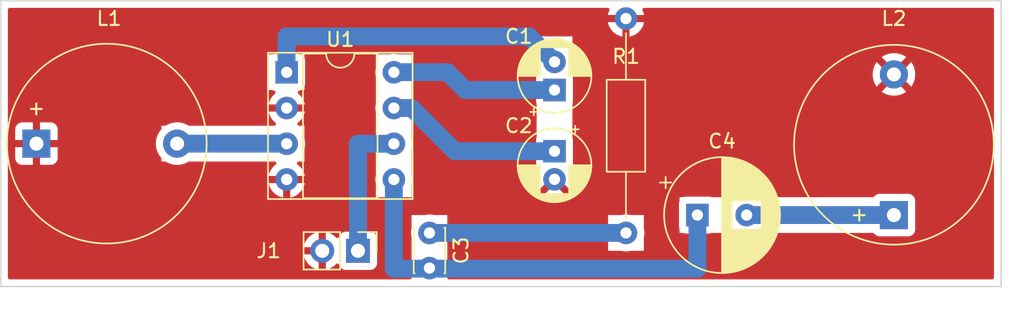
<source format=kicad_pcb>
(kicad_pcb (version 20211014) (generator pcbnew)
  (layers (0 "F.Cu" signal) (31 "B.Cu" signal) (34 "B.Paste" user) (35 "F.Paste" user) (36 "B.SilkS" user "B.Silkscreen") (37 "F.SilkS" user "F.Silkscreen") (38 "B.Mask" user) (39 "F.Mask" user) (44 "Edge.Cuts" user))
  (net 0 "")
  (net 1 "/GAIN2")
  (net 2 "GND")
  (net 3 "/GAIN1")
  (net 4 "/BYPASS1")
  (net 5 "Net-(C3-Pad1)")
  (net 6 "Net-(C3-Pad2)")
  (net 7 "+5V")
  (net 8 "Net-(C4-Pad2)")
  (net 9 "Net-(L1-Pad2)")
  (footprint "Resistor_THT:R_Axial_DIN0207_L6.3mm_D2.5mm_P15.24mm_Horizontal" (layer "F.Cu") (at 147.32 90.17 90)
    (fp_text reference "R1" (at 12.545 0 180) (layer "F.SilkS"))
    (fp_text value "10R")
    (fp_line (start 4.35 -1.37) (end 4.35 1.37) (layer "F.SilkS") (width 0.12))
    (fp_line (start 14.2 0) (end 10.89 0) (layer "F.SilkS") (width 0.12))
    (fp_line (start 10.89 -1.37) (end 4.35 -1.37) (layer "F.SilkS") (width 0.12))
    (fp_line (start 1.04 0) (end 4.35 0) (layer "F.SilkS") (width 0.12))
    (fp_line (start 4.35 1.37) (end 10.89 1.37) (layer "F.SilkS") (width 0.12))
    (fp_line (start 10.89 1.37) (end 10.89 -1.37) (layer "F.SilkS") (width 0.12))
    (pad "1" thru_hole circle (at 0 0 90) (size 1.6 1.6) (drill 0.8) (layers *.Cu *.Mask) (net 5 "Net-(C3-Pad1)"))
    (pad "2" thru_hole oval (at 15.24 0 90) (size 1.6 1.6) (drill 0.8) (layers *.Cu *.Mask) (net 2 "GND"))
  )
  (footprint "Buzzer_Beeper:Buzzer_D14mm_H7mm_P10mm" (layer "F.Cu") (at 166.37 88.9 90)
    (fp_text reference "L2" (at 13.97 0 180) (layer "F.SilkS"))
    (fp_text value "L_Iron")
    (fp_text user "+" (at -0.01 -2.54 90) (layer "F.SilkS"))
    (fp_circle (center 5 0) (end 12.1 0) (layer "F.SilkS") (width 0.12) (fill none))
    (pad "1" thru_hole rect (at 0 0 90) (size 2 2) (drill 1) (layers *.Cu *.Mask) (net 8 "Net-(C4-Pad2)"))
    (pad "2" thru_hole circle (at 10 0 90) (size 2 2) (drill 1) (layers *.Cu *.Mask) (net 2 "GND"))
  )
  (footprint "Package_DIP:DIP-8_W7.62mm_Socket" (layer "F.Cu") (at 123.2 78.75)
    (fp_text reference "U1" (at 3.81 -2.33) (layer "F.SilkS"))
    (fp_text value "LM386")
    (fp_line (start -1.33 -1.39) (end -1.33 9.01) (layer "F.SilkS") (width 0.12))
    (fp_line (start 6.46 8.95) (end 6.46 -1.33) (layer "F.SilkS") (width 0.12))
    (fp_line (start 6.46 -1.33) (end 4.81 -1.33) (layer "F.SilkS") (width 0.12))
    (fp_line (start -1.33 9.01) (end 8.95 9.01) (layer "F.SilkS") (width 0.12))
    (fp_line (start 1.16 -1.33) (end 1.16 8.95) (layer "F.SilkS") (width 0.12))
    (fp_line (start 8.95 -1.39) (end -1.33 -1.39) (layer "F.SilkS") (width 0.12))
    (fp_line (start 1.16 8.95) (end 6.46 8.95) (layer "F.SilkS") (width 0.12))
    (fp_line (start 2.81 -1.33) (end 1.16 -1.33) (layer "F.SilkS") (width 0.12))
    (fp_line (start 8.95 9.01) (end 8.95 -1.39) (layer "F.SilkS") (width 0.12))
    (fp_arc (start 4.81 -1.33) (mid 3.81 -0.33) (end 2.81 -1.33) (layer "F.SilkS") (width 0.12))
    (pad "1" thru_hole rect (at 0 0) (size 1.6 1.6) (drill 0.8) (layers *.Cu *.Mask) (net 3 "/GAIN1"))
    (pad "2" thru_hole oval (at 0 2.54) (size 1.6 1.6) (drill 0.8) (layers *.Cu *.Mask) (net 2 "GND"))
    (pad "3" thru_hole oval (at 0 5.08) (size 1.6 1.6) (drill 0.8) (layers *.Cu *.Mask) (net 9 "Net-(L1-Pad2)"))
    (pad "4" thru_hole oval (at 0 7.62) (size 1.6 1.6) (drill 0.8) (layers *.Cu *.Mask) (net 2 "GND"))
    (pad "5" thru_hole oval (at 7.62 7.62) (size 1.6 1.6) (drill 0.8) (layers *.Cu *.Mask) (net 6 "Net-(C3-Pad2)"))
    (pad "6" thru_hole oval (at 7.62 5.08) (size 1.6 1.6) (drill 0.8) (layers *.Cu *.Mask) (net 7 "+5V"))
    (pad "7" thru_hole oval (at 7.62 2.54) (size 1.6 1.6) (drill 0.8) (layers *.Cu *.Mask) (net 4 "/BYPASS1"))
    (pad "8" thru_hole oval (at 7.62 0) (size 1.6 1.6) (drill 0.8) (layers *.Cu *.Mask) (net 1 "/GAIN2"))
  )
  (footprint "Buzzer_Beeper:Buzzer_D14mm_H7mm_P10mm" (layer "F.Cu") (at 105.41 83.82)
    (fp_text reference "L1" (at 5.16 -8.89) (layer "F.SilkS"))
    (fp_text value "L_Iron")
    (fp_text user "+" (at -0.01 -2.54) (layer "F.SilkS"))
    (fp_circle (center 5 0) (end 12.1 0) (layer "F.SilkS") (width 0.12) (fill none))
    (pad "1" thru_hole rect (at 0 0) (size 2 2) (drill 1) (layers *.Cu *.Mask) (net 2 "GND"))
    (pad "2" thru_hole circle (at 10 0) (size 2 2) (drill 1) (layers *.Cu *.Mask) (net 9 "Net-(L1-Pad2)"))
  )
  (footprint "Capacitor_THT:CP_Radial_D8.0mm_P3.50mm" (layer "F.Cu") (at 152.4 88.9)
    (fp_text reference "C4" (at 1.75 -5.25) (layer "F.SilkS"))
    (fp_text value "220uF")
    (fp_line (start 2.751 -3.957) (end 2.751 -1.04) (layer "F.SilkS") (width 0.12))
    (fp_line (start 3.951 -3.444) (end 3.951 -1.04) (layer "F.SilkS") (width 0.12))
    (fp_line (start 3.311 1.04) (end 3.311 3.774) (layer "F.SilkS") (width 0.12))
    (fp_line (start 2.43 -4.024) (end 2.43 4.024) (layer "F.SilkS") (width 0.12))
    (fp_line (start 3.631 -3.627) (end 3.631 -1.04) (layer "F.SilkS") (width 0.12))
    (fp_line (start 1.79 -4.08) (end 1.79 4.08) (layer "F.SilkS") (width 0.12))
    (fp_line (start 4.351 -3.156) (end 4.351 -1.04) (layer "F.SilkS") (width 0.12))
    (fp_line (start 3.431 -3.722) (end 3.431 -1.04) (layer "F.SilkS") (width 0.12))
    (fp_line (start 2.991 -3.889) (end 2.991 -1.04) (layer "F.SilkS") (width 0.12))
    (fp_line (start 5.831 -0.533) (end 5.831 0.533) (layer "F.SilkS") (width 0.12))
    (fp_line (start 4.031 -3.392) (end 4.031 -1.04) (layer "F.SilkS") (width 0.12))
    (fp_line (start 2.591 -3.994) (end 2.591 -1.04) (layer "F.SilkS") (width 0.12))
    (fp_line (start 4.591 -2.945) (end 4.591 2.945) (layer "F.SilkS") (width 0.12))
    (fp_line (start 5.191 -2.228) (end 5.191 2.228) (layer "F.SilkS") (width 0.12))
    (fp_line (start 4.151 1.04) (end 4.151 3.309) (layer "F.SilkS") (width 0.12))
    (fp_line (start 3.231 -3.805) (end 3.231 -1.04) (layer "F.SilkS") (width 0.12))
    (fp_line (start 2.831 -3.936) (end 2.831 -1.04) (layer "F.SilkS") (width 0.12))
    (fp_line (start 5.111 -2.345) (end 5.111 2.345) (layer "F.SilkS") (width 0.12))
    (fp_line (start 4.191 -3.28) (end 4.191 -1.04) (layer "F.SilkS") (width 0.12))
    (fp_line (start 4.551 -2.983) (end 4.551 2.983) (layer "F.SilkS") (width 0.12))
    (fp_line (start 3.351 1.04) (end 3.351 3.757) (layer "F.SilkS") (width 0.12))
    (fp_line (start 5.711 -1.098) (end 5.711 1.098) (layer "F.SilkS") (width 0.12))
    (fp_line (start 5.471 -1.731) (end 5.471 1.731) (layer "F.SilkS") (width 0.12))
    (fp_line (start 3.871 -3.493) (end 3.871 -1.04) (layer "F.SilkS") (width 0.12))
    (fp_line (start 5.351 -1.964) (end 5.351 1.964) (layer "F.SilkS") (width 0.12))
    (fp_line (start 2.831 1.04) (end 2.831 3.936) (layer "F.SilkS") (width 0.12))
    (fp_line (start 2.15 -4.061) (end 2.15 4.061) (layer "F.SilkS") (width 0.12))
    (fp_line (start 3.951 1.04) (end 3.951 3.444) (layer "F.SilkS") (width 0.12))
    (fp_line (start 3.551 -3.666) (end 3.551 -1.04) (layer "F.SilkS") (width 0.12))
    (fp_line (start 3.191 1.04) (end 3.191 3.821) (layer "F.SilkS") (width 0.12))
    (fp_line (start 3.751 -3.562) (end 3.751 -1.04) (layer "F.SilkS") (width 0.12))
    (fp_line (start 3.471 -3.704) (end 3.471 -1.04) (layer "F.SilkS") (width 0.12))
    (fp_line (start 3.031 -3.877) (end 3.031 -1.04) (layer "F.SilkS") (width 0.12))
    (fp_line (start 4.711 -2.826) (end 4.711 2.826) (layer "F.SilkS") (width 0.12))
    (fp_line (start 3.671 -3.606) (end 3.671 -1.04) (layer "F.SilkS") (width 0.12))
    (fp_line (start 4.511 -3.019) (end 4.511 -1.04) (layer "F.SilkS") (width 0.12))
    (fp_line (start 1.99 -4.074) (end 1.99 4.074) (layer "F.SilkS") (width 0.12))
    (fp_line (start 3.911 1.04) (end 3.911 3.469) (layer "F.SilkS") (width 0.12))
    (fp_line (start 2.511 1.04) (end 2.511 4.01) (layer "F.SilkS") (width 0.12))
    (fp_line (start 3.991 1.04) (end 3.991 3.418) (layer "F.SilkS") (width 0.12))
    (fp_line (start 4.191 1.04) (end 4.191 3.28) (layer "F.SilkS") (width 0.12))
    (fp_line (start 5.791 -0.768) (end 5.791 0.768) (layer "F.SilkS") (width 0.12))
    (fp_line (start 3.631 1.04) (end 3.631 3.627) (layer "F.SilkS") (width 0.12))
    (fp_line (start 3.151 1.04) (end 3.151 3.835) (layer "F.SilkS") (width 0.12))
    (fp_line (start 2.631 -3.985) (end 2.631 -1.04) (layer "F.SilkS") (width 0.12))
    (fp_line (start 3.471 1.04) (end 3.471 3.704) (layer "F.SilkS") (width 0.12))
    (fp_line (start 3.871 1.04) (end 3.871 3.493) (layer "F.SilkS") (width 0.12))
    (fp_line (start 3.231 1.04) (end 3.231 3.805) (layer "F.SilkS") (width 0.12))
    (fp_line (start 3.071 -3.863) (end 3.071 -1.04) (layer "F.SilkS") (width 0.12))
    (fp_line (start 2.871 -3.925) (end 2.871 -1.04) (layer "F.SilkS") (width 0.12))
    (fp_line (start 3.191 -3.821) (end 3.191 -1.04) (layer "F.SilkS") (width 0.12))
    (fp_line (start 1.75 -4.08) (end 1.75 4.08) (layer "F.SilkS") (width 0.12))
    (fp_line (start 4.311 1.04) (end 4.311 3.189) (layer "F.SilkS") (width 0.12))
    (fp_line (start 5.151 -2.287) (end 5.151 2.287) (layer "F.SilkS") (width 0.12))
    (fp_line (start 2.871 1.04) (end 2.871 3.925) (layer "F.SilkS") (width 0.12))
    (fp_line (start 2.951 -3.902) (end 2.951 -1.04) (layer "F.SilkS") (width 0.12))
    (fp_line (start 5.671 -1.229) (end 5.671 1.229) (layer "F.SilkS") (width 0.12))
    (fp_line (start 3.991 -3.418) (end 3.991 -1.04) (layer "F.SilkS") (width 0.12))
    (fp_line (start 4.231 1.04) (end 4.231 3.25) (layer "F.SilkS") (width 0.12))
    (fp_line (start 4.391 -3.124) (end 4.391 -1.04) (layer "F.SilkS") (width 0.12))
    (fp_line (start 2.911 -3.914) (end 2.911 -1.04) (layer "F.SilkS") (width 0.12))
    (fp_line (start 2.511 -4.01) (end 2.511 -1.04) (layer "F.SilkS") (width 0.12))
    (fp_line (start 2.591 1.04) (end 2.591 3.994) (layer "F.SilkS") (width 0.12))
    (fp_line (start 3.711 -3.584) (end 3.711 -1.04) (layer "F.SilkS") (width 0.12))
    (fp_line (start 4.951 -2.556) (end 4.951 2.556) (layer "F.SilkS") (width 0.12))
    (fp_line (start 1.95 -4.076) (end 1.95 4.076) (layer "F.SilkS") (width 0.12))
    (fp_line (start 2.711 1.04) (end 2.711 3.967) (layer "F.SilkS") (width 0.12))
    (fp_line (start 5.271 -2.102) (end 5.271 2.102) (layer "F.SilkS") (width 0.12))
    (fp_line (start 2.39 -4.03) (end 2.39 4.03) (layer "F.SilkS") (width 0.12))
    (fp_line (start 2.951 1.04) (end 2.951 3.902) (layer "F.SilkS") (width 0.12))
    (fp_line (start 2.671 -3.976) (end 2.671 -1.04) (layer "F.SilkS") (width 0.12))
    (fp_line (start -2.659698 -2.315) (end -1.859698 -2.315) (layer "F.SilkS") (width 0.12))
    (fp_line (start 2.31 -4.042) (end 2.31 4.042) (layer "F.SilkS") (width 0.12))
    (fp_line (start 3.791 -3.54) (end 3.791 -1.04) (layer "F.SilkS") (width 0.12))
    (fp_line (start 2.19 -4.057) (end 2.19 4.057) (layer "F.SilkS") (width 0.12))
    (fp_line (start 5.071 -2.4) (end 5.071 2.4) (layer "F.SilkS") (width 0.12))
    (fp_line (start 2.551 1.04) (end 2.551 4.002) (layer "F.SilkS") (width 0.12))
    (fp_line (start 3.711 1.04) (end 3.711 3.584) (layer "F.SilkS") (width 0.12))
    (fp_line (start 3.591 1.04) (end 3.591 3.647) (layer "F.SilkS") (width 0.12))
    (fp_line (start 4.751 -2.784) (end 4.751 2.784) (layer "F.SilkS") (width 0.12))
    (fp_line (start 2.631 1.04) (end 2.631 3.985) (layer "F.SilkS") (width 0.12))
    (fp_line (start 5.431 -1.813) (end 5.431 1.813) (layer "F.SilkS") (width 0.12))
    (fp_line (start 4.431 -3.09) (end 4.431 -1.04) (layer "F.SilkS") (width 0.12))
    (fp_line (start 5.591 -1.453) (end 5.591 1.453) (layer "F.SilkS") (width 0.12))
    (fp_line (start 4.471 -3.055) (end 4.471 -1.04) (layer "F.SilkS") (width 0.12))
    (fp_line (start 3.911 -3.469) (end 3.911 -1.04) (layer "F.SilkS") (width 0.12))
    (fp_line (start 3.391 1.04) (end 3.391 3.74) (layer "F.SilkS") (width 0.12))
    (fp_line (start 3.031 1.04) (end 3.031 3.877) (layer "F.SilkS") (width 0.12))
    (fp_line (start 3.391 -3.74) (end 3.391 -1.04) (layer "F.SilkS") (width 0.12))
    (fp_line (start 4.871 -2.651) (end 4.871 2.651) (layer "F.SilkS") (width 0.12))
    (fp_line (start 4.511 1.04) (end 4.511 3.019) (layer "F.SilkS") (width 0.12))
    (fp_line (start 4.271 1.04) (end 4.271 3.22) (layer "F.SilkS") (width 0.12))
    (fp_line (start 3.271 -3.79) (end 3.271 -1.04) (layer "F.SilkS") (width 0.12))
    (fp_line (start 2.11 -4.065) (end 2.11 4.065) (layer "F.SilkS") (width 0.12))
    (fp_line (start 1.91 -4.077) (end 1.91 4.077) (layer "F.SilkS") (width 0.12))
    (fp_line (start 4.271 -3.22) (end 4.271 -1.04) (layer "F.SilkS") (width 0.12))
    (fp_line (start 3.111 -3.85) (end 3.111 -1.04) (layer "F.SilkS") (width 0.12))
    (fp_line (start 4.151 -3.309) (end 4.151 -1.04) (layer "F.SilkS") (width 0.12))
    (fp_line (start 4.471 1.04) (end 4.471 3.055) (layer "F.SilkS") (width 0.12))
    (fp_line (start 4.431 1.04) (end 4.431 3.09) (layer "F.SilkS") (width 0.12))
    (fp_line (start 2.471 -4.017) (end 2.471 -1.04) (layer "F.SilkS") (width 0.12))
    (fp_line (start 3.071 1.04) (end 3.071 3.863) (layer "F.SilkS") (width 0.12))
    (fp_line (start 4.791 -2.741) (end 4.791 2.741) (layer "F.SilkS") (width 0.12))
    (fp_line (start 5.031 -2.454) (end 5.031 2.454) (layer "F.SilkS") (width 0.12))
    (fp_line (start 4.071 -3.365) (end 4.071 -1.04) (layer "F.SilkS") (width 0.12))
    (fp_line (start 2.35 -4.037) (end 2.35 4.037) (layer "F.SilkS") (width 0.12))
    (fp_line (start 5.511 -1.645) (end 5.511 1.645) (layer "F.SilkS") (width 0.12))
    (fp_line (start 3.591 -3.647) (end 3.591 -1.04) (layer "F.SilkS") (width 0.12))
    (fp_line (start 2.551 -4.002) (end 2.551 -1.04) (layer "F.SilkS") (width 0.12))
    (fp_line (start 3.791 1.04) (end 3.791 3.54) (layer "F.SilkS") (width 0.12))
    (fp_line (start 4.671 -2.867) (end 4.671 2.867) (layer "F.SilkS") (width 0.12))
    (fp_line (start 4.911 -2.604) (end 4.911 2.604) (layer "F.SilkS") (width 0.12))
    (fp_line (start 3.551 1.04) (end 3.551 3.666) (layer "F.SilkS") (width 0.12))
    (fp_line (start 2.671 1.04) (end 2.671 3.976) (layer "F.SilkS") (width 0.12))
    (fp_line (start 4.111 -3.338) (end 4.111 -1.04) (layer "F.SilkS") (width 0.12))
    (fp_line (start 3.311 -3.774) (end 3.311 -1.04) (layer "F.SilkS") (width 0.12))
    (fp_line (start 4.311 -3.189) (end 4.311 -1.04) (layer "F.SilkS") (width 0.12))
    (fp_line (start 5.631 -1.346) (end 5.631 1.346) (layer "F.SilkS") (width 0.12))
    (fp_line (start 2.23 -4.052) (end 2.23 4.052) (layer "F.SilkS") (width 0.12))
    (fp_line (start 2.03 -4.071) (end 2.03 4.071) (layer "F.SilkS") (width 0.12))
    (fp_line (start 3.151 -3.835) (end 3.151 -1.04) (layer "F.SilkS") (width 0.12))
    (fp_line (start 3.671 1.04) (end 3.671 3.606) (layer "F.SilkS") (width 0.12))
    (fp_line (start 2.791 1.04) (end 2.791 3.947) (layer "F.SilkS") (width 0.12))
    (fp_line (start 5.311 -2.034) (end 5.311 2.034) (layer "F.SilkS") (width 0.12))
    (fp_line (start 1.87 -4.079) (end 1.87 4.079) (layer "F.SilkS") (width 0.12))
    (fp_line (start 4.351 1.04) (end 4.351 3.156) (layer "F.SilkS") (width 0.12))
    (fp_line (start 5.551 -1.552) (end 5.551 1.552) (layer "F.SilkS") (width 0.12))
    (fp_line (start 4.111 1.04) (end 4.111 3.338) (layer "F.SilkS") (width 0.12))
    (fp_line (start -2.259698 -2.715) (end -2.259698 -1.915) (layer "F.SilkS") (width 0.12))
    (fp_line (start 2.991 1.04) (end 2.991 3.889) (layer "F.SilkS") (width 0.12))
    (fp_line (start 4.231 -3.25) (end 4.231 -1.04) (layer "F.SilkS") (width 0.12))
    (fp_line (start 2.27 -4.048) (end 2.27 4.048) (layer "F.SilkS") (width 0.12))
    (fp_line (start 3.751 1.04) (end 3.751 3.562) (layer "F.SilkS") (width 0.12))
    (fp_line (start 3.111 1.04) (end 3.111 3.85) (layer "F.SilkS") (width 0.12))
    (fp_line (start 3.831 1.04) (end 3.831 3.517) (layer "F.SilkS") (width 0.12))
    (fp_line (start 2.471 1.04) (end 2.471 4.017) (layer "F.SilkS") (width 0.12))
    (fp_line (start 2.07 -4.068) (end 2.07 4.068) (layer "F.SilkS") (width 0.12))
    (fp_line (start 3.351 -3.757) (end 3.351 -1.04) (layer "F.SilkS") (width 0.12))
    (fp_line (start 2.791 -3.947) (end 2.791 -1.04) (layer "F.SilkS") (width 0.12))
    (fp_line (start 4.831 -2.697) (end 4.831 2.697) (layer "F.SilkS") (width 0.12))
    (fp_line (start 5.231 -2.166) (end 5.231 2.166) (layer "F.SilkS") (width 0.12))
    (fp_line (start 3.511 -3.686) (end 3.511 -1.04) (layer "F.SilkS") (width 0.12))
    (fp_line (start 4.631 -2.907) (end 4.631 2.907) (layer "F.SilkS") (width 0.12))
    (fp_line (start 3.431 1.04) (end 3.431 3.722) (layer "F.SilkS") (width 0.12))
    (fp_line (start 2.751 1.04) (end 2.751 3.957) (layer "F.SilkS") (width 0.12))
    (fp_line (start 4.071 1.04) (end 4.071 3.365) (layer "F.SilkS") (width 0.12))
    (fp_line (start 3.831 -3.517) (end 3.831 -1.04) (layer "F.SilkS") (width 0.12))
    (fp_line (start 2.911 1.04) (end 2.911 3.914) (layer "F.SilkS") (width 0.12))
    (fp_line (start 5.391 -1.89) (end 5.391 1.89) (layer "F.SilkS") (width 0.12))
    (fp_line (start 4.391 1.04) (end 4.391 3.124) (layer "F.SilkS") (width 0.12))
    (fp_line (start 5.751 -0.948) (end 5.751 0.948) (layer "F.SilkS") (width 0.12))
    (fp_line (start 1.83 -4.08) (end 1.83 4.08) (layer "F.SilkS") (width 0.12))
    (fp_line (start 4.991 -2.505) (end 4.991 2.505) (layer "F.SilkS") (width 0.12))
    (fp_line (start 2.711 -3.967) (end 2.711 -1.04) (layer "F.SilkS") (width 0.12))
    (fp_line (start 3.511 1.04) (end 3.511 3.686) (layer "F.SilkS") (width 0.12))
    (fp_line (start 4.031 1.04) (end 4.031 3.392) (layer "F.SilkS") (width 0.12))
    (fp_line (start 3.271 1.04) (end 3.271 3.79) (layer "F.SilkS") (width 0.12))
    (fp_circle (center 1.75 0) (end 5.87 0) (layer "F.SilkS") (width 0.12) (fill none))
    (pad "1" thru_hole rect (at 0 0) (size 1.6 1.6) (drill 0.8) (layers *.Cu *.Mask) (net 6 "Net-(C3-Pad2)"))
    (pad "2" thru_hole circle (at 3.5 0) (size 1.6 1.6) (drill 0.8) (layers *.Cu *.Mask) (net 8 "Net-(C4-Pad2)"))
  )
  (footprint "Connector_PinHeader_2.54mm:PinHeader_1x02_P2.54mm_Vertical" (layer "F.Cu") (at 128.27 91.44 -90)
    (fp_text reference "J1" (at 0 6.35 180) (layer "F.SilkS"))
    (fp_text value "Conn_01x02")
    (fp_line (start -1.33 1.27) (end 1.33 1.27) (layer "F.SilkS") (width 0.12))
    (fp_line (start -1.33 -1.33) (end 0 -1.33) (layer "F.SilkS") (width 0.12))
    (fp_line (start -1.33 1.27) (end -1.33 3.87) (layer "F.SilkS") (width 0.12))
    (fp_line (start 1.33 1.27) (end 1.33 3.87) (layer "F.SilkS") (width 0.12))
    (fp_line (start -1.33 3.87) (end 1.33 3.87) (layer "F.SilkS") (width 0.12))
    (fp_line (start -1.33 0) (end -1.33 -1.33) (layer "F.SilkS") (width 0.12))
    (pad "1" thru_hole rect (at 0 0 270) (size 1.7 1.7) (drill 1) (layers *.Cu *.Mask) (net 7 "+5V"))
    (pad "2" thru_hole oval (at 0 2.54 270) (size 1.7 1.7) (drill 1) (layers *.Cu *.Mask) (net 2 "GND"))
  )
  (footprint "Capacitor_THT:CP_Radial_D5.0mm_P2.00mm" (layer "F.Cu") (at 142.24 84.36 -90)
    (fp_text reference "C2" (at -1.81 2.54 180) (layer "F.SilkS"))
    (fp_text value "10uF")
    (fp_line (start 3.441 -0.915) (end 3.441 0.915) (layer "F.SilkS") (width 0.12))
    (fp_line (start 2.801 -1.864) (end 2.801 -1.04) (layer "F.SilkS") (width 0.12))
    (fp_line (start 1.56 -2.52) (end 1.56 -1.04) (layer "F.SilkS") (width 0.12))
    (fp_line (start 1.24 1.04) (end 1.24 2.569) (layer "F.SilkS") (width 0.12))
    (fp_line (start 1.6 1.04) (end 1.6 2.511) (layer "F.SilkS") (width 0.12))
    (fp_line (start 1.36 1.04) (end 1.36 2.556) (layer "F.SilkS") (width 0.12))
    (fp_line (start 2.881 -1.785) (end 2.881 -1.04) (layer "F.SilkS") (width 0.12))
    (fp_line (start 3.281 -1.251) (end 3.281 1.251) (layer "F.SilkS") (width 0.12))
    (fp_line (start 3.521 -0.677) (end 3.521 0.677) (layer "F.SilkS") (width 0.12))
    (fp_line (start 1.44 1.04) (end 1.44 2.543) (layer "F.SilkS") (width 0.12))
    (fp_line (start 1.801 1.04) (end 1.801 2.455) (layer "F.SilkS") (width 0.12))
    (fp_line (start 1.841 1.04) (end 1.841 2.442) (layer "F.SilkS") (width 0.12))
    (fp_line (start 1.24 -2.569) (end 1.24 -1.04) (layer "F.SilkS") (width 0.12))
    (fp_line (start 1.04 -2.58) (end 1.04 -1.04) (layer "F.SilkS") (width 0.12))
    (fp_line (start 1.64 -2.501) (end 1.64 -1.04) (layer "F.SilkS") (width 0.12))
    (fp_line (start 1.36 -2.556) (end 1.36 -1.04) (layer "F.SilkS") (width 0.12))
    (fp_line (start 2.321 1.04) (end 2.321 2.224) (layer "F.SilkS") (width 0.12))
    (fp_line (start 2.521 1.04) (end 2.521 2.095) (layer "F.SilkS") (width 0.12))
    (fp_line (start 2.201 -2.29) (end 2.201 -1.04) (layer "F.SilkS") (width 0.12))
    (fp_line (start 2.921 1.04) (end 2.921 1.743) (layer "F.SilkS") (width 0.12))
    (fp_line (start 2.961 1.04) (end 2.961 1.699) (layer "F.SilkS") (width 0.12))
    (fp_line (start 2.281 -2.247) (end 2.281 -1.04) (layer "F.SilkS") (width 0.12))
    (fp_line (start 1.48 -2.536) (end 1.48 -1.04) (layer "F.SilkS") (width 0.12))
    (fp_line (start 2.121 -2.329) (end 2.121 -1.04) (layer "F.SilkS") (width 0.12))
    (fp_line (start 1.04 1.04) (end 1.04 2.58) (layer "F.SilkS") (width 0.12))
    (fp_line (start 1.48 1.04) (end 1.48 2.536) (layer "F.SilkS") (width 0.12))
    (fp_line (start 2.481 -2.122) (end 2.481 -1.04) (layer "F.SilkS") (width 0.12))
    (fp_line (start 1.32 -2.561) (end 1.32 -1.04) (layer "F.SilkS") (width 0.12))
    (fp_line (start 1.52 1.04) (end 1.52 2.528) (layer "F.SilkS") (width 0.12))
    (fp_line (start 1.6 -2.511) (end 1.6 -1.04) (layer "F.SilkS") (width 0.12))
    (fp_line (start 2.041 -2.365) (end 2.041 -1.04) (layer "F.SilkS") (width 0.12))
    (fp_line (start 2.161 1.04) (end 2.161 2.31) (layer "F.SilkS") (width 0.12))
    (fp_line (start 2.401 -2.175) (end 2.401 -1.04) (layer "F.SilkS") (width 0.12))
    (fp_line (start 1.921 -2.414) (end 1.921 -1.04) (layer "F.SilkS") (width 0.12))
    (fp_line (start 2.641 1.04) (end 2.641 2.004) (layer "F.SilkS") (width 0.12))
    (fp_line (start 2.681 1.04) (end 2.681 1.971) (layer "F.SilkS") (width 0.12))
    (fp_line (start 3.401 -1.011) (end 3.401 1.011) (layer "F.SilkS") (width 0.12))
    (fp_line (start 2.481 1.04) (end 2.481 2.122) (layer "F.SilkS") (width 0.12))
    (fp_line (start 2.681 -1.971) (end 2.681 -1.04) (layer "F.SilkS") (width 0.12))
    (fp_line (start 1.4 -2.55) (end 1.4 -1.04) (layer "F.SilkS") (width 0.12))
    (fp_line (start 1.52 -2.528) (end 1.52 -1.04) (layer "F.SilkS") (width 0.12))
    (fp_line (start 1.761 1.04) (end 1.761 2.468) (layer "F.SilkS") (width 0.12))
    (fp_line (start 1.32 1.04) (end 1.32 2.561) (layer "F.SilkS") (width 0.12))
    (fp_line (start 3.601 -0.284) (end 3.601 0.284) (layer "F.SilkS") (width 0.12))
    (fp_line (start 3.481 -0.805) (end 3.481 0.805) (layer "F.SilkS") (width 0.12))
    (fp_line (start 2.761 1.04) (end 2.761 1.901) (layer "F.SilkS") (width 0.12))
    (fp_line (start 2.561 -2.065) (end 2.561 -1.04) (layer "F.SilkS") (width 0.12))
    (fp_line (start 2.881 1.04) (end 2.881 1.785) (layer "F.SilkS") (width 0.12))
    (fp_line (start 1.721 1.04) (end 1.721 2.48) (layer "F.SilkS") (width 0.12))
    (fp_line (start 1.961 1.04) (end 1.961 2.398) (layer "F.SilkS") (width 0.12))
    (fp_line (start 2.561 1.04) (end 2.561 2.065) (layer "F.SilkS") (width 0.12))
    (fp_line (start 2.641 -2.004) (end 2.641 -1.04) (layer "F.SilkS") (width 0.12))
    (fp_line (start 2.601 1.04) (end 2.601 2.035) (layer "F.SilkS") (width 0.12))
    (fp_line (start 1.44 -2.543) (end 1.44 -1.04) (layer "F.SilkS") (width 0.12))
    (fp_line (start 2.841 1.04) (end 2.841 1.826) (layer "F.SilkS") (width 0.12))
    (fp_line (start 2.401 1.04) (end 2.401 2.175) (layer "F.SilkS") (width 0.12))
    (fp_line (start 1.961 -2.398) (end 1.961 -1.04) (layer "F.SilkS") (width 0.12))
    (fp_line (start 2.121 1.04) (end 2.121 2.329) (layer "F.SilkS") (width 0.12))
    (fp_line (start 3.001 -1.653) (end 3.001 -1.04) (layer "F.SilkS") (width 0.12))
    (fp_line (start 2.241 -2.268) (end 2.241 -1.04) (layer "F.SilkS") (width 0.12))
    (fp_line (start 3.041 -1.605) (end 3.041 1.605) (layer "F.SilkS") (width 0.12))
    (fp_line (start 2.161 -2.31) (end 2.161 -1.04) (layer "F.SilkS") (width 0.12))
    (fp_line (start 3.121 -1.5) (end 3.121 1.5) (layer "F.SilkS") (width 0.12))
    (fp_line (start 2.441 -2.149) (end 2.441 -1.04) (layer "F.SilkS") (width 0.12))
    (fp_line (start 3.201 -1.383) (end 3.201 1.383) (layer "F.SilkS") (width 0.12))
    (fp_line (start 1.28 1.04) (end 1.28 2.565) (layer "F.SilkS") (width 0.12))
    (fp_line (start 2.321 -2.224) (end 2.321 -1.04) (layer "F.SilkS") (width 0.12))
    (fp_line (start 1.841 -2.442) (end 1.841 -1.04) (layer "F.SilkS") (width 0.12))
    (fp_line (start 2.081 -2.348) (end 2.081 -1.04) (layer "F.SilkS") (width 0.12))
    (fp_line (start 2.841 -1.826) (end 2.841 -1.04) (layer "F.SilkS") (width 0.12))
    (fp_line (start 2.961 -1.699) (end 2.961 -1.04) (layer "F.SilkS") (width 0.12))
    (fp_line (start 2.761 -1.901) (end 2.761 -1.04) (layer "F.SilkS") (width 0.12))
    (fp_line (start 1.2 1.04) (end 1.2 2.573) (layer "F.SilkS") (width 0.12))
    (fp_line (start 2.721 -1.937) (end 2.721 -1.04) (layer "F.SilkS") (width 0.12))
    (fp_line (start -1.554775 -1.725) (end -1.554775 -1.225) (layer "F.SilkS") (width 0.12))
    (fp_line (start 1.28 -2.565) (end 1.28 -1.04) (layer "F.SilkS") (width 0.12))
    (fp_line (start 1.721 -2.48) (end 1.721 -1.04) (layer "F.SilkS") (width 0.12))
    (fp_line (start 3.081 -1.554) (end 3.081 1.554) (layer "F.SilkS") (width 0.12))
    (fp_line (start 2.041 1.04) (end 2.041 2.365) (layer "F.SilkS") (width 0.12))
    (fp_line (start 2.601 -2.035) (end 2.601 -1.04) (layer "F.SilkS") (width 0.12))
    (fp_line (start 1.16 -2.576) (end 1.16 -1.04) (layer "F.SilkS") (width 0.12))
    (fp_line (start 3.241 -1.319) (end 3.241 1.319) (layer "F.SilkS") (width 0.12))
    (fp_line (start 2.921 -1.743) (end 2.921 -1.04) (layer "F.SilkS") (width 0.12))
    (fp_line (start 1.08 -2.579) (end 1.08 -1.04) (layer "F.SilkS") (width 0.12))
    (fp_line (start 1.64 1.04) (end 1.64 2.501) (layer "F.SilkS") (width 0.12))
    (fp_line (start 1.881 -2.428) (end 1.881 -1.04) (layer "F.SilkS") (width 0.12))
    (fp_line (start 1.16 1.04) (end 1.16 2.576) (layer "F.SilkS") (width 0.12))
    (fp_line (start 2.441 1.04) (end 2.441 2.149) (layer "F.SilkS") (width 0.12))
    (fp_line (start 2.361 1.04) (end 2.361 2.2) (layer "F.SilkS") (width 0.12))
    (fp_line (start 1.881 1.04) (end 1.881 2.428) (layer "F.SilkS") (width 0.12))
    (fp_line (start 2.001 1.04) (end 2.001 2.382) (layer "F.SilkS") (width 0.12))
    (fp_line (start 1 -2.58) (end 1 -1.04) (layer "F.SilkS") (width 0.12))
    (fp_line (start 3.561 -0.518) (end 3.561 0.518) (layer "F.SilkS") (width 0.12))
    (fp_line (start 2.361 -2.2) (end 2.361 -1.04) (layer "F.SilkS") (width 0.12))
    (fp_line (start 2.721 1.04) (end 2.721 1.937) (layer "F.SilkS") (width 0.12))
    (fp_line (start 2.241 1.04) (end 2.241 2.268) (layer "F.SilkS") (width 0.12))
    (fp_line (start 1.801 -2.455) (end 1.801 -1.04) (layer "F.SilkS") (width 0.12))
    (fp_line (start 1.68 1.04) (end 1.68 2.491) (layer "F.SilkS") (width 0.12))
    (fp_line (start 1.761 -2.468) (end 1.761 -1.04) (layer "F.SilkS") (width 0.12))
    (fp_line (start 2.081 1.04) (end 2.081 2.348) (layer "F.SilkS") (width 0.12))
    (fp_line (start 1 1.04) (end 1 2.58) (layer "F.SilkS") (width 0.12))
    (fp_line (start 3.361 -1.098) (end 3.361 1.098) (layer "F.SilkS") (width 0.12))
    (fp_line (start 3.001 1.04) (end 3.001 1.653) (layer "F.SilkS") (width 0.12))
    (fp_line (start 1.68 -2.491) (end 1.68 -1.04) (layer "F.SilkS") (width 0.12))
    (fp_line (start 2.801 1.04) (end 2.801 1.864) (layer "F.SilkS") (width 0.12))
    (fp_line (start 2.521 -2.095) (end 2.521 -1.04) (layer "F.SilkS") (width 0.12))
    (fp_line (start 2.281 1.04) (end 2.281 2.247) (layer "F.SilkS") (width 0.12))
    (fp_line (start 2.001 -2.382) (end 2.001 -1.04) (layer "F.SilkS") (width 0.12))
    (fp_line (start 3.321 -1.178) (end 3.321 1.178) (layer "F.SilkS") (width 0.12))
    (fp_line (start 3.161 -1.443) (end 3.161 1.443) (layer "F.SilkS") (width 0.12))
    (fp_line (start 1.921 1.04) (end 1.921 2.414) (layer "F.SilkS") (width 0.12))
    (fp_line (start 1.12 -2.578) (end 1.12 -1.04) (layer "F.SilkS") (width 0.12))
    (fp_line (start -1.804775 -1.475) (end -1.304775 -1.475) (layer "F.SilkS") (width 0.12))
    (fp_line (start 1.12 1.04) (end 1.12 2.578) (layer "F.SilkS") (width 0.12))
    (fp_line (start 2.201 1.04) (end 2.201 2.29) (layer "F.SilkS") (width 0.12))
    (fp_line (start 1.56 1.04) (end 1.56 2.52) (layer "F.SilkS") (width 0.12))
    (fp_line (start 1.4 1.04) (end 1.4 2.55) (layer "F.SilkS") (width 0.12))
    (fp_line (start 1.2 -2.573) (end 1.2 -1.04) (layer "F.SilkS") (width 0.12))
    (fp_line (start 1.08 1.04) (end 1.08 2.579) (layer "F.SilkS") (width 0.12))
    (fp_circle (center 1 0) (end 3.62 0) (layer "F.SilkS") (width 0.12) (fill none))
    (pad "1" thru_hole rect (at 0 0 270) (size 1.6 1.6) (drill 0.8) (layers *.Cu *.Mask) (net 4 "/BYPASS1"))
    (pad "2" thru_hole circle (at 2 0 270) (size 1.6 1.6) (drill 0.8) (layers *.Cu *.Mask) (net 2 "GND"))
  )
  (footprint "Capacitor_THT:C_Disc_D3.0mm_W2.0mm_P2.50mm" (layer "F.Cu") (at 133.35 90.17 -90)
    (fp_text reference "C3" (at 1.25 -2.25 -270) (layer "F.SilkS"))
    (fp_text value "47nF")
    (fp_line (start 2.87 1.055) (end 2.87 1.12) (layer "F.SilkS") (width 0.12))
    (fp_line (start -0.37 1.12) (end 2.87 1.12) (layer "F.SilkS") (width 0.12))
    (fp_line (start -0.37 -1.12) (end 2.87 -1.12) (layer "F.SilkS") (width 0.12))
    (fp_line (start -0.37 1.055) (end -0.37 1.12) (layer "F.SilkS") (width 0.12))
    (fp_line (start -0.37 -1.12) (end -0.37 -1.055) (layer "F.SilkS") (width 0.12))
    (fp_line (start 2.87 -1.12) (end 2.87 -1.055) (layer "F.SilkS") (width 0.12))
    (pad "1" thru_hole circle (at 0 0 270) (size 1.6 1.6) (drill 0.8) (layers *.Cu *.Mask) (net 5 "Net-(C3-Pad1)"))
    (pad "2" thru_hole circle (at 2.5 0 270) (size 1.6 1.6) (drill 0.8) (layers *.Cu *.Mask) (net 6 "Net-(C3-Pad2)"))
  )
  (footprint "Capacitor_THT:CP_Radial_D5.0mm_P2.00mm" (layer "F.Cu") (at 142.24 80.01 90)
    (fp_text reference "C1" (at 3.81 -2.54 180) (layer "F.SilkS"))
    (fp_text value "10uF")
    (fp_line (start 2.841 -1.826) (end 2.841 -1.04) (layer "F.SilkS") (width 0.12))
    (fp_line (start 1.68 1.04) (end 1.68 2.491) (layer "F.SilkS") (width 0.12))
    (fp_line (start 2.681 1.04) (end 2.681 1.971) (layer "F.SilkS") (width 0.12))
    (fp_line (start 3.121 -1.5) (end 3.121 1.5) (layer "F.SilkS") (width 0.12))
    (fp_line (start 1.881 1.04) (end 1.881 2.428) (layer "F.SilkS") (width 0.12))
    (fp_line (start 2.041 -2.365) (end 2.041 -1.04) (layer "F.SilkS") (width 0.12))
    (fp_line (start 1.04 1.04) (end 1.04 2.58) (layer "F.SilkS") (width 0.12))
    (fp_line (start 2.761 1.04) (end 2.761 1.901) (layer "F.SilkS") (width 0.12))
    (fp_line (start 2.241 -2.268) (end 2.241 -1.04) (layer "F.SilkS") (width 0.12))
    (fp_line (start 1.24 1.04) (end 1.24 2.569) (layer "F.SilkS") (width 0.12))
    (fp_line (start 1.801 1.04) (end 1.801 2.455) (layer "F.SilkS") (width 0.12))
    (fp_line (start 1.04 -2.58) (end 1.04 -1.04) (layer "F.SilkS") (width 0.12))
    (fp_line (start 2.081 -2.348) (end 2.081 -1.04) (layer "F.SilkS") (width 0.12))
    (fp_line (start 1.56 -2.52) (end 1.56 -1.04) (layer "F.SilkS") (width 0.12))
    (fp_line (start 3.081 -1.554) (end 3.081 1.554) (layer "F.SilkS") (width 0.12))
    (fp_line (start 2.681 -1.971) (end 2.681 -1.04) (layer "F.SilkS") (width 0.12))
    (fp_line (start 2.321 -2.224) (end 2.321 -1.04) (layer "F.SilkS") (width 0.12))
    (fp_line (start 1.801 -2.455) (end 1.801 -1.04) (layer "F.SilkS") (width 0.12))
    (fp_line (start -1.554775 -1.725) (end -1.554775 -1.225) (layer "F.SilkS") (width 0.12))
    (fp_line (start 2.961 -1.699) (end 2.961 -1.04) (layer "F.SilkS") (width 0.12))
    (fp_line (start 3.321 -1.178) (end 3.321 1.178) (layer "F.SilkS") (width 0.12))
    (fp_line (start 3.001 1.04) (end 3.001 1.653) (layer "F.SilkS") (width 0.12))
    (fp_line (start 1.961 -2.398) (end 1.961 -1.04) (layer "F.SilkS") (width 0.12))
    (fp_line (start 2.881 -1.785) (end 2.881 -1.04) (layer "F.SilkS") (width 0.12))
    (fp_line (start 2.801 1.04) (end 2.801 1.864) (layer "F.SilkS") (width 0.12))
    (fp_line (start 1.6 1.04) (end 1.6 2.511) (layer "F.SilkS") (width 0.12))
    (fp_line (start 2.161 1.04) (end 2.161 2.31) (layer "F.SilkS") (width 0.12))
    (fp_line (start 3.041 -1.605) (end 3.041 1.605) (layer "F.SilkS") (width 0.12))
    (fp_line (start 1.921 -2.414) (end 1.921 -1.04) (layer "F.SilkS") (width 0.12))
    (fp_line (start 1.44 -2.543) (end 1.44 -1.04) (layer "F.SilkS") (width 0.12))
    (fp_line (start 3.241 -1.319) (end 3.241 1.319) (layer "F.SilkS") (width 0.12))
    (fp_line (start 2.161 -2.31) (end 2.161 -1.04) (layer "F.SilkS") (width 0.12))
    (fp_line (start 1.6 -2.511) (end 1.6 -1.04) (layer "F.SilkS") (width 0.12))
    (fp_line (start 1.44 1.04) (end 1.44 2.543) (layer "F.SilkS") (width 0.12))
    (fp_line (start 2.961 1.04) (end 2.961 1.699) (layer "F.SilkS") (width 0.12))
    (fp_line (start 2.721 1.04) (end 2.721 1.937) (layer "F.SilkS") (width 0.12))
    (fp_line (start 2.041 1.04) (end 2.041 2.365) (layer "F.SilkS") (width 0.12))
    (fp_line (start -1.804775 -1.475) (end -1.304775 -1.475) (layer "F.SilkS") (width 0.12))
    (fp_line (start 2.721 -1.937) (end 2.721 -1.04) (layer "F.SilkS") (width 0.12))
    (fp_line (start 1.841 -2.442) (end 1.841 -1.04) (layer "F.SilkS") (width 0.12))
    (fp_line (start 2.281 -2.247) (end 2.281 -1.04) (layer "F.SilkS") (width 0.12))
    (fp_line (start 1.12 -2.578) (end 1.12 -1.04) (layer "F.SilkS") (width 0.12))
    (fp_line (start 2.561 1.04) (end 2.561 2.065) (layer "F.SilkS") (width 0.12))
    (fp_line (start 1.721 1.04) (end 1.721 2.48) (layer "F.SilkS") (width 0.12))
    (fp_line (start 2.641 -2.004) (end 2.641 -1.04) (layer "F.SilkS") (width 0.12))
    (fp_line (start 2.201 -2.29) (end 2.201 -1.04) (layer "F.SilkS") (width 0.12))
    (fp_line (start 1.2 -2.573) (end 1.2 -1.04) (layer "F.SilkS") (width 0.12))
    (fp_line (start 1.961 1.04) (end 1.961 2.398) (layer "F.SilkS") (width 0.12))
    (fp_line (start 3.401 -1.011) (end 3.401 1.011) (layer "F.SilkS") (width 0.12))
    (fp_line (start 1.48 -2.536) (end 1.48 -1.04) (layer "F.SilkS") (width 0.12))
    (fp_line (start 3.561 -0.518) (end 3.561 0.518) (layer "F.SilkS") (width 0.12))
    (fp_line (start 2.361 -2.2) (end 2.361 -1.04) (layer "F.SilkS") (width 0.12))
    (fp_line (start 1.761 1.04) (end 1.761 2.468) (layer "F.SilkS") (width 0.12))
    (fp_line (start 3.201 -1.383) (end 3.201 1.383) (layer "F.SilkS") (width 0.12))
    (fp_line (start 2.281 1.04) (end 2.281 2.247) (layer "F.SilkS") (width 0.12))
    (fp_line (start 2.081 1.04) (end 2.081 2.348) (layer "F.SilkS") (width 0.12))
    (fp_line (start 2.761 -1.901) (end 2.761 -1.04) (layer "F.SilkS") (width 0.12))
    (fp_line (start 2.801 -1.864) (end 2.801 -1.04) (layer "F.SilkS") (width 0.12))
    (fp_line (start 1.16 1.04) (end 1.16 2.576) (layer "F.SilkS") (width 0.12))
    (fp_line (start 3.281 -1.251) (end 3.281 1.251) (layer "F.SilkS") (width 0.12))
    (fp_line (start 3.001 -1.653) (end 3.001 -1.04) (layer "F.SilkS") (width 0.12))
    (fp_line (start 1.721 -2.48) (end 1.721 -1.04) (layer "F.SilkS") (width 0.12))
    (fp_line (start 2.881 1.04) (end 2.881 1.785) (layer "F.SilkS") (width 0.12))
    (fp_line (start 1.32 1.04) (end 1.32 2.561) (layer "F.SilkS") (width 0.12))
    (fp_line (start 3.441 -0.915) (end 3.441 0.915) (layer "F.SilkS") (width 0.12))
    (fp_line (start 1 -2.58) (end 1 -1.04) (layer "F.SilkS") (width 0.12))
    (fp_line (start 1.36 -2.556) (end 1.36 -1.04) (layer "F.SilkS") (width 0.12))
    (fp_line (start 2.921 -1.743) (end 2.921 -1.04) (layer "F.SilkS") (width 0.12))
    (fp_line (start 1 1.04) (end 1 2.58) (layer "F.SilkS") (width 0.12))
    (fp_line (start 2.561 -2.065) (end 2.561 -1.04) (layer "F.SilkS") (width 0.12))
    (fp_line (start 2.121 1.04) (end 2.121 2.329) (layer "F.SilkS") (width 0.12))
    (fp_line (start 1.64 1.04) (end 1.64 2.501) (layer "F.SilkS") (width 0.12))
    (fp_line (start 1.761 -2.468) (end 1.761 -1.04) (layer "F.SilkS") (width 0.12))
    (fp_line (start 1.52 -2.528) (end 1.52 -1.04) (layer "F.SilkS") (width 0.12))
    (fp_line (start 2.001 1.04) (end 2.001 2.382) (layer "F.SilkS") (width 0.12))
    (fp_line (start 2.401 1.04) (end 2.401 2.175) (layer "F.SilkS") (width 0.12))
    (fp_line (start 1.2 1.04) (end 1.2 2.573) (layer "F.SilkS") (width 0.12))
    (fp_line (start 1.36 1.04) (end 1.36 2.556) (layer "F.SilkS") (width 0.12))
    (fp_line (start 2.001 -2.382) (end 2.001 -1.04) (layer "F.SilkS") (width 0.12))
    (fp_line (start 1.52 1.04) (end 1.52 2.528) (layer "F.SilkS") (width 0.12))
    (fp_line (start 2.481 1.04) (end 2.481 2.122) (layer "F.SilkS") (width 0.12))
    (fp_line (start 2.441 1.04) (end 2.441 2.149) (layer "F.SilkS") (width 0.12))
    (fp_line (start 3.361 -1.098) (end 3.361 1.098) (layer "F.SilkS") (width 0.12))
    (fp_line (start 2.401 -2.175) (end 2.401 -1.04) (layer "F.SilkS") (width 0.12))
    (fp_line (start 1.881 -2.428) (end 1.881 -1.04) (layer "F.SilkS") (width 0.12))
    (fp_line (start 2.121 -2.329) (end 2.121 -1.04) (layer "F.SilkS") (width 0.12))
    (fp_line (start 2.921 1.04) (end 2.921 1.743) (layer "F.SilkS") (width 0.12))
    (fp_line (start 1.08 -2.579) (end 1.08 -1.04) (layer "F.SilkS") (width 0.12))
    (fp_line (start 2.521 -2.095) (end 2.521 -1.04) (layer "F.SilkS") (width 0.12))
    (fp_line (start 1.24 -2.569) (end 1.24 -1.04) (layer "F.SilkS") (width 0.12))
    (fp_line (start 1.32 -2.561) (end 1.32 -1.04) (layer "F.SilkS") (width 0.12))
    (fp_line (start 1.12 1.04) (end 1.12 2.578) (layer "F.SilkS") (width 0.12))
    (fp_line (start 1.4 1.04) (end 1.4 2.55) (layer "F.SilkS") (width 0.12))
    (fp_line (start 2.241 1.04) (end 2.241 2.268) (layer "F.SilkS") (width 0.12))
    (fp_line (start 3.521 -0.677) (end 3.521 0.677) (layer "F.SilkS") (width 0.12))
    (fp_line (start 1.56 1.04) (end 1.56 2.52) (layer "F.SilkS") (width 0.12))
    (fp_line (start 1.64 -2.501) (end 1.64 -1.04) (layer "F.SilkS") (width 0.12))
    (fp_line (start 3.161 -1.443) (end 3.161 1.443) (layer "F.SilkS") (width 0.12))
    (fp_line (start 2.641 1.04) (end 2.641 2.004) (layer "F.SilkS") (width 0.12))
    (fp_line (start 3.481 -0.805) (end 3.481 0.805) (layer "F.SilkS") (width 0.12))
    (fp_line (start 1.28 -2.565) (end 1.28 -1.04) (layer "F.SilkS") (width 0.12))
    (fp_line (start 2.441 -2.149) (end 2.441 -1.04) (layer "F.SilkS") (width 0.12))
    (fp_line (start 1.16 -2.576) (end 1.16 -1.04) (layer "F.SilkS") (width 0.12))
    (fp_line (start 2.601 1.04) (end 2.601 2.035) (layer "F.SilkS") (width 0.12))
    (fp_line (start 2.601 -2.035) (end 2.601 -1.04) (layer "F.SilkS") (width 0.12))
    (fp_line (start 1.4 -2.55) (end 1.4 -1.04) (layer "F.SilkS") (width 0.12))
    (fp_line (start 3.601 -0.284) (end 3.601 0.284) (layer "F.SilkS") (width 0.12))
    (fp_line (start 2.201 1.04) (end 2.201 2.29) (layer "F.SilkS") (width 0.12))
    (fp_line (start 2.841 1.04) (end 2.841 1.826) (layer "F.SilkS") (width 0.12))
    (fp_line (start 1.08 1.04) (end 1.08 2.579) (layer "F.SilkS") (width 0.12))
    (fp_line (start 2.481 -2.122) (end 2.481 -1.04) (layer "F.SilkS") (width 0.12))
    (fp_line (start 2.521 1.04) (end 2.521 2.095) (layer "F.SilkS") (width 0.12))
    (fp_line (start 1.68 -2.491) (end 1.68 -1.04) (layer "F.SilkS") (width 0.12))
    (fp_line (start 2.321 1.04) (end 2.321 2.224) (layer "F.SilkS") (width 0.12))
    (fp_line (start 1.841 1.04) (end 1.841 2.442) (layer "F.SilkS") (width 0.12))
    (fp_line (start 2.361 1.04) (end 2.361 2.2) (layer "F.SilkS") (width 0.12))
    (fp_line (start 1.28 1.04) (end 1.28 2.565) (layer "F.SilkS") (width 0.12))
    (fp_line (start 1.48 1.04) (end 1.48 2.536) (layer "F.SilkS") (width 0.12))
    (fp_line (start 1.921 1.04) (end 1.921 2.414) (layer "F.SilkS") (width 0.12))
    (fp_circle (center 1 0) (end 3.62 0) (layer "F.SilkS") (width 0.12) (fill none))
    (pad "1" thru_hole rect (at 0 0 90) (size 1.6 1.6) (drill 0.8) (layers *.Cu *.Mask) (net 1 "/GAIN2"))
    (pad "2" thru_hole circle (at 2 0 90) (size 1.6 1.6) (drill 0.8) (layers *.Cu *.Mask) (net 3 "/GAIN1"))
  )
  (gr_line (start 102.87 93.98) (end 173.99 93.98) (layer "Edge.Cuts") (width 0.1))
  (gr_line (start 173.99 73.66) (end 102.87 73.66) (layer "Edge.Cuts") (width 0.1))
  (gr_line (start 102.87 73.66) (end 102.87 93.98) (layer "Edge.Cuts") (width 0.1))
  (gr_line (start 173.99 93.98) (end 173.99 73.66) (layer "Edge.Cuts") (width 0.1))
  (segment (start 135.89 80.01) (end 142.24 80.01) (width 1.27) (layer "B.Cu") (net 1))
  (segment (start 130.81 78.74) (end 134.62 78.74) (width 1.27) (layer "B.Cu") (net 1))
  (segment (start 134.62 78.74) (end 135.89 80.01) (width 1.27) (layer "B.Cu") (net 1))
  (segment (start 142.24 78.01) (end 140.43 76.2) (width 1.27) (layer "B.Cu") (net 3))
  (segment (start 123.19 76.2) (end 123.19 78.74) (width 1.27) (layer "B.Cu") (net 3))
  (segment (start 140.43 76.2) (end 123.19 76.2) (width 1.27) (layer "B.Cu") (net 3))
  (segment (start 130.82 81.29) (end 132.09 81.29) (width 1.27) (layer "B.Cu") (net 4))
  (segment (start 132.09 81.29) (end 135.16 84.36) (width 1.27) (layer "B.Cu") (net 4))
  (segment (start 135.16 84.36) (end 142.24 84.36) (width 1.27) (layer "B.Cu") (net 4))
  (segment (start 147.32 90.17) (end 133.35 90.17) (width 1.27) (layer "B.Cu") (net 5))
  (segment (start 152.4 88.9) (end 152.4 92.71) (width 1.27) (layer "B.Cu") (net 6))
  (segment (start 130.82 92.71) (end 130.82 86.37) (width 1.27) (layer "B.Cu") (net 6))
  (segment (start 152.4 92.71) (end 130.82 92.71) (width 1.27) (layer "B.Cu") (net 6))
  (segment (start 130.82 83.83) (end 128.28 83.83) (width 1.27) (layer "B.Cu") (net 7))
  (segment (start 128.28 83.83) (end 128.27 83.82) (width 1.27) (layer "B.Cu") (net 7))
  (segment (start 128.27 83.82) (end 128.27 91.44) (width 1.27) (layer "B.Cu") (net 7))
  (segment (start 155.9 88.9) (end 166.37 88.9) (width 1.27) (layer "B.Cu") (net 8))
  (segment (start 115.41 83.82) (end 123.19 83.82) (width 1.27) (layer "B.Cu") (net 9))
  (zone (net 0) (net_name "") (layers F&B.Cu) (connect_pads (clearance 0)) (min_thickness 0.254)
    (keepout (tracks allowed) (vias allowed) (pads allowed) (copperpour not_allowed) (footprints allowed))
    (fill (thermal_gap 0.508) (thermal_bridge_width 0.508))
    (polygon (pts (xy 124.46 85.09) (xy 114.3 85.09) (xy 114.3 82.55) (xy 124.46 82.55)))
  )
  (zone (net 0) (net_name "") (layer "F.Cu") (connect_pads (clearance 0)) (min_thickness 0.254)
    (keepout (tracks allowed) (vias allowed) (pads allowed) (copperpour not_allowed) (footprints allowed))
    (fill (thermal_gap 0.508) (thermal_bridge_width 0.508))
    (polygon (pts (xy 148.59 91.44) (xy 146.05 91.44) (xy 146.05 88.9) (xy 148.59 88.9)))
  )
  (zone (net 0) (net_name "") (layer "F.Cu") (connect_pads (clearance 0)) (min_thickness 0.254)
    (keepout (tracks allowed) (vias allowed) (pads allowed) (copperpour not_allowed) (footprints allowed))
    (fill (thermal_gap 0.508) (thermal_bridge_width 0.508))
    (polygon (pts (xy 132.08 87.63) (xy 129.54 87.63) (xy 129.54 77.47) (xy 132.08 77.47)))
  )
  (zone (net 0) (net_name "") (layer "F.Cu") (connect_pads (clearance 0)) (min_thickness 0.254)
    (keepout (tracks allowed) (vias allowed) (pads allowed) (copperpour not_allowed) (footprints allowed))
    (fill (thermal_gap 0.508) (thermal_bridge_width 0.508))
    (polygon (pts (xy 124.46 80.01) (xy 121.92 80.01) (xy 121.92 77.47) (xy 124.46 77.47)))
  )
  (zone (net 0) (net_name "") (layer "F.Cu") (connect_pads (clearance 0)) (min_thickness 0.254)
    (keepout (tracks allowed) (vias allowed) (pads allowed) (copperpour not_allowed) (footprints allowed))
    (fill (thermal_gap 0.508) (thermal_bridge_width 0.508))
    (polygon (pts (xy 143.51 85.09) (xy 140.97 85.09) (xy 140.97 76.2) (xy 143.51 76.2)))
  )
  (zone (net 0) (net_name "") (layer "F.Cu") (connect_pads (clearance 0)) (min_thickness 0.254)
    (keepout (tracks allowed) (vias allowed) (pads allowed) (copperpour not_allowed) (footprints allowed))
    (fill (thermal_gap 0.508) (thermal_bridge_width 0.508))
    (polygon (pts (xy 134.62 93.98) (xy 132.08 93.98) (xy 132.08 88.9) (xy 134.62 88.9)))
  )
  (zone (net 2) (net_name "GND") (layer "F.Cu") (connect_pads (clearance 0.508)) (min_thickness 0.254) (fill yes (thermal_gap 0.508) (thermal_bridge_width 0.508))
    (polygon (pts (xy 173.99 93.98) (xy 102.87 93.98) (xy 102.87 73.66) (xy 173.99 73.66)))
  )
  (zone (net 0) (net_name "") (layer "F.Cu") (connect_pads (clearance 0)) (min_thickness 0.254)
    (keepout (tracks allowed) (vias allowed) (pads allowed) (copperpour not_allowed) (footprints allowed))
    (fill (thermal_gap 0.508) (thermal_bridge_width 0.508))
    (polygon (pts (xy 167.64 90.17) (xy 151.13 90.17) (xy 151.13 87.63) (xy 167.64 87.63)))
  )
)
</source>
